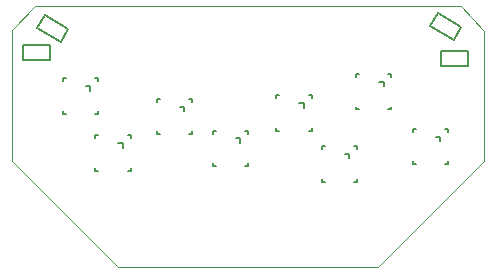
<source format=gbo>
G04 (created by PCBNEW-RS274X (2012-apr-16-27)-stable) date Thu 13 Mar 2014 04:59:36 PM EDT*
G01*
G70*
G90*
%MOIN*%
G04 Gerber Fmt 3.4, Leading zero omitted, Abs format*
%FSLAX34Y34*%
G04 APERTURE LIST*
%ADD10C,0.006000*%
%ADD11C,0.000400*%
%ADD12C,0.002000*%
%ADD13C,0.007900*%
%ADD14C,0.005000*%
G04 APERTURE END LIST*
G54D10*
G54D11*
X27953Y-19596D02*
X27953Y-23917D01*
X27165Y-18770D02*
X27953Y-19596D01*
X16890Y-18770D02*
X27165Y-18770D01*
X12205Y-19557D02*
X12205Y-23917D01*
X12992Y-18770D02*
X12205Y-19557D01*
X16890Y-18770D02*
X12992Y-18770D01*
X15748Y-27461D02*
X12205Y-23917D01*
X24409Y-27461D02*
X27953Y-23917D01*
X24016Y-27461D02*
X24409Y-27461D01*
X15748Y-27461D02*
X24016Y-27461D01*
G54D12*
X15748Y-27461D02*
X24016Y-27461D01*
G54D13*
X25561Y-24036D02*
X25660Y-24036D01*
X25561Y-24036D02*
X25561Y-23937D01*
X26743Y-24036D02*
X26644Y-24036D01*
X26743Y-24036D02*
X26743Y-23937D01*
X25561Y-22854D02*
X25561Y-22953D01*
X25561Y-22854D02*
X25660Y-22854D01*
X26743Y-22953D02*
X26743Y-22854D01*
X26743Y-22854D02*
X26644Y-22854D01*
X26487Y-23267D02*
X26487Y-23110D01*
X26487Y-23110D02*
X26330Y-23110D01*
X23671Y-22205D02*
X23770Y-22205D01*
X23671Y-22205D02*
X23671Y-22106D01*
X24853Y-22205D02*
X24754Y-22205D01*
X24853Y-22205D02*
X24853Y-22106D01*
X23671Y-21023D02*
X23671Y-21122D01*
X23671Y-21023D02*
X23770Y-21023D01*
X24853Y-21122D02*
X24853Y-21023D01*
X24853Y-21023D02*
X24754Y-21023D01*
X24597Y-21436D02*
X24597Y-21279D01*
X24597Y-21279D02*
X24440Y-21279D01*
X22529Y-24607D02*
X22628Y-24607D01*
X22529Y-24607D02*
X22529Y-24508D01*
X23711Y-24607D02*
X23612Y-24607D01*
X23711Y-24607D02*
X23711Y-24508D01*
X22529Y-23425D02*
X22529Y-23524D01*
X22529Y-23425D02*
X22628Y-23425D01*
X23711Y-23524D02*
X23711Y-23425D01*
X23711Y-23425D02*
X23612Y-23425D01*
X23455Y-23838D02*
X23455Y-23681D01*
X23455Y-23681D02*
X23298Y-23681D01*
X21023Y-22914D02*
X21122Y-22914D01*
X21023Y-22914D02*
X21023Y-22815D01*
X22205Y-22914D02*
X22106Y-22914D01*
X22205Y-22914D02*
X22205Y-22815D01*
X21023Y-21732D02*
X21023Y-21831D01*
X21023Y-21732D02*
X21122Y-21732D01*
X22205Y-21831D02*
X22205Y-21732D01*
X22205Y-21732D02*
X22106Y-21732D01*
X21949Y-22145D02*
X21949Y-21988D01*
X21949Y-21988D02*
X21792Y-21988D01*
X18897Y-24095D02*
X18996Y-24095D01*
X18897Y-24095D02*
X18897Y-23996D01*
X20079Y-24095D02*
X19980Y-24095D01*
X20079Y-24095D02*
X20079Y-23996D01*
X18897Y-22913D02*
X18897Y-23012D01*
X18897Y-22913D02*
X18996Y-22913D01*
X20079Y-23012D02*
X20079Y-22913D01*
X20079Y-22913D02*
X19980Y-22913D01*
X19823Y-23326D02*
X19823Y-23169D01*
X19823Y-23169D02*
X19666Y-23169D01*
X17027Y-23032D02*
X17126Y-23032D01*
X17027Y-23032D02*
X17027Y-22933D01*
X18209Y-23032D02*
X18110Y-23032D01*
X18209Y-23032D02*
X18209Y-22933D01*
X17027Y-21850D02*
X17027Y-21949D01*
X17027Y-21850D02*
X17126Y-21850D01*
X18209Y-21949D02*
X18209Y-21850D01*
X18209Y-21850D02*
X18110Y-21850D01*
X17953Y-22263D02*
X17953Y-22106D01*
X17953Y-22106D02*
X17796Y-22106D01*
X14980Y-24252D02*
X15079Y-24252D01*
X14980Y-24252D02*
X14980Y-24153D01*
X16162Y-24252D02*
X16063Y-24252D01*
X16162Y-24252D02*
X16162Y-24153D01*
X14980Y-23070D02*
X14980Y-23169D01*
X14980Y-23070D02*
X15079Y-23070D01*
X16162Y-23169D02*
X16162Y-23070D01*
X16162Y-23070D02*
X16063Y-23070D01*
X15906Y-23483D02*
X15906Y-23326D01*
X15906Y-23326D02*
X15749Y-23326D01*
X13897Y-22343D02*
X13996Y-22343D01*
X13897Y-22343D02*
X13897Y-22244D01*
X15079Y-22343D02*
X14980Y-22343D01*
X15079Y-22343D02*
X15079Y-22244D01*
X13897Y-21161D02*
X13897Y-21260D01*
X13897Y-21161D02*
X13996Y-21161D01*
X15079Y-21260D02*
X15079Y-21161D01*
X15079Y-21161D02*
X14980Y-21161D01*
X14823Y-21574D02*
X14823Y-21417D01*
X14823Y-21417D02*
X14666Y-21417D01*
G54D14*
X13058Y-19490D02*
X13838Y-19940D01*
X13838Y-19940D02*
X14088Y-19506D01*
X14088Y-19506D02*
X13308Y-19056D01*
X13308Y-19056D02*
X13058Y-19490D01*
X26148Y-19431D02*
X26928Y-19881D01*
X26928Y-19881D02*
X27178Y-19447D01*
X27178Y-19447D02*
X26398Y-18997D01*
X26398Y-18997D02*
X26148Y-19431D01*
X26519Y-20752D02*
X27419Y-20752D01*
X27419Y-20752D02*
X27419Y-20252D01*
X27419Y-20252D02*
X26519Y-20252D01*
X26519Y-20252D02*
X26519Y-20752D01*
X13472Y-20055D02*
X12572Y-20055D01*
X12572Y-20055D02*
X12572Y-20555D01*
X12572Y-20555D02*
X13472Y-20555D01*
X13472Y-20555D02*
X13472Y-20055D01*
M02*

</source>
